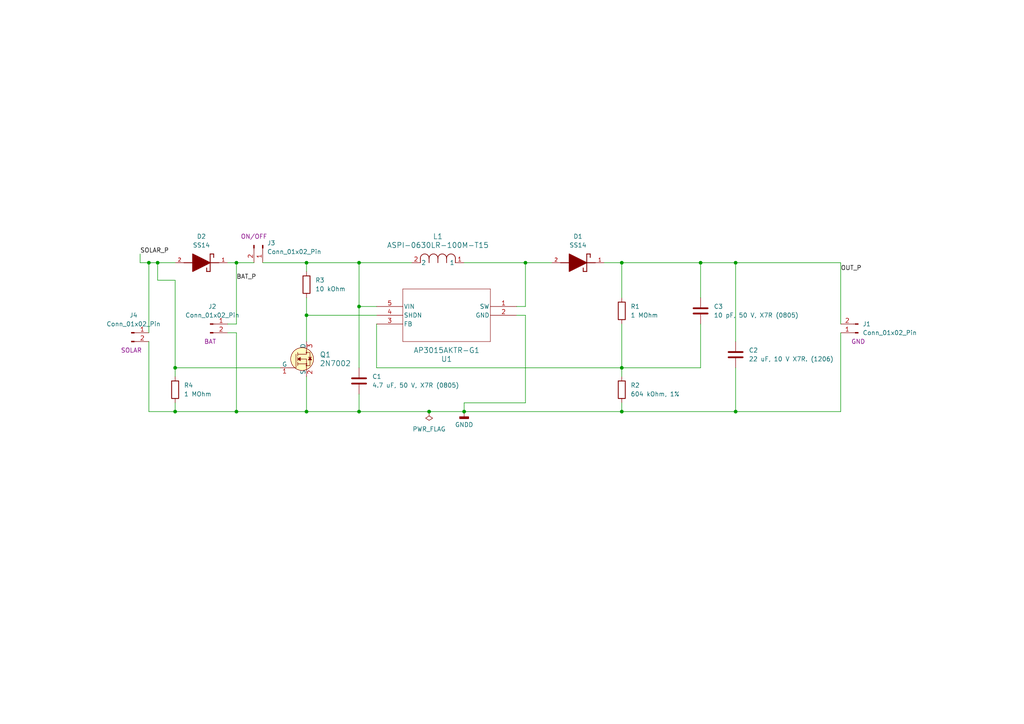
<source format=kicad_sch>
(kicad_sch (version 20250114) (generator "eeschema") (generator_version "9.0")
  (paper "A4")
  (title_block (title "Elektor's Solar Power Supply") (date "2025-06-30") (rev "1") (company "Toronto Metropolitan Unversity") (comment 1 "Designed by Raein Layegh Pour"))
  (lib_symbols
    (symbol "AP3015:AP3015AKTR-G1" (pin_names (offset 0.254))
      (property "Reference" "U1" (at 20.32 -15.24 0))
      (property "Value" "AP3015AKTR-G1" (at 20.32 -12.7 0))
      (symbol "AP3015AKTR-G1_0_1"
        (polyline (pts (xy 7.62 5.08) (xy 7.62 -10.16)) (stroke (width 0.127)))
        (polyline (pts (xy 7.62 -10.16) (xy 33.02 -10.16)) (stroke (width 0.127)))
        (polyline (pts (xy 33.02 5.08) (xy 7.62 5.08)) (stroke (width 0.127)))
        (polyline (pts (xy 33.02 -10.16) (xy 33.02 5.08)) (stroke (width 0.127)))
        (pin power_out line (at 0 0 0) (length 7.62) (name "SW") (number "1"))
        (pin power_in line (at 0 -2.54 0) (length 7.62) (name "GND") (number "2"))
        (pin input line (at 40.64 0 180) (length 7.62) (name "VIN") (number "5"))
        (pin input line (at 40.64 -2.54 180) (length 7.62) (name "SHDN") (number "4"))
        (pin input line (at 40.64 -5.08 180) (length 7.62) (name "FB") (number "3"))
      )
    )
    (symbol "Connector:Conn_01x02_Pin" (pin_names (offset 1.016) (hide yes))
      (property "Reference" "J" (at 0 2.54 0))
      (property "Value" "Conn_01x02_Pin" (at 0 -5.08 0))
      (symbol "Conn_01x02_Pin_1_1"
        (rectangle (start 0.8636 0.127) (end 0 -0.127) (stroke (width 0.1524)) (fill (type outline)))
        (rectangle (start 0.8636 -2.413) (end 0 -2.667) (stroke (width 0.1524)) (fill (type outline)))
        (polyline (pts (xy 1.27 0) (xy 0.8636 0)) (stroke (width 0.1524)))
        (polyline (pts (xy 1.27 -2.54) (xy 0.8636 -2.54)) (stroke (width 0.1524)))
        (pin passive line (at 5.08 0 180) (length 3.81) (name "Pin_1") (number "1"))
        (pin passive line (at 5.08 -2.54 180) (length 3.81) (name "Pin_2") (number "2"))
      )
    )
    (symbol "Device:C" (pin_numbers (hide yes)) (pin_names (offset 0.254))
      (property "Reference" "C" (at 0.635 2.54 0))
      (property "Value" "C" (at 0.635 -2.54 0))
      (symbol "C_0_1"
        (polyline (pts (xy -2.032 0.762) (xy 2.032 0.762)) (stroke (width 0.508)))
        (polyline (pts (xy -2.032 -0.762) (xy 2.032 -0.762)) (stroke (width 0.508)))
      )
      (symbol "C_1_1"
        (pin passive line (at 0 3.81 270) (length 2.794) (name "~") (number "1"))
        (pin passive line (at 0 -3.81 90) (length 2.794) (name "~") (number "2"))
      )
    )
    (symbol "Device:R" (pin_numbers (hide yes)) (pin_names (offset 0))
      (property "Reference" "R" (at 2.032 0 90))
      (property "Value" "R" (at 0 0 90))
      (symbol "R_0_1"
        (rectangle (start -1.016 -2.54) (end 1.016 2.54) (stroke (width 0.254)))
      )
      (symbol "R_1_1"
        (pin passive line (at 0 3.81 270) (length 1.27) (name "~") (number "1"))
        (pin passive line (at 0 -3.81 90) (length 1.27) (name "~") (number "2"))
      )
    )
    (symbol "SS14:SS14" (pin_names (offset 1.016))
      (property "Reference" "D" (at 12.7 8.89 0))
      (property "Value" "SS14" (at 12.7 6.35 0))
      (symbol "SS14_0_0"
        (polyline (pts (xy 5.08 0) (xy 7.62 0)) (stroke (width 0.254)))
        (polyline (pts (xy 6.604 -1.524) (xy 6.604 -2.54)) (stroke (width 0.254)))
        (polyline (pts (xy 7.62 2.54) (xy 7.62 -2.54)) (stroke (width 0.254)))
        (polyline (pts (xy 7.62 2.54) (xy 8.636 2.54)) (stroke (width 0.254)))
        (polyline (pts (xy 7.62 0) (xy 12.7 2.54) (xy 12.7 -2.54) (xy 7.62 0)) (stroke (width 0.254)) (fill (type outline)))
        (polyline (pts (xy 7.62 -2.54) (xy 6.604 -2.54)) (stroke (width 0.254)))
        (polyline (pts (xy 8.636 1.524) (xy 8.636 2.54)) (stroke (width 0.254)))
        (polyline (pts (xy 12.7 0) (xy 15.24 0)) (stroke (width 0.254)))
        (pin bidirectional line (at 2.54 0 0) (length 2.54) (name "~") (number "1"))
        (pin bidirectional line (at 17.78 0 180) (length 2.54) (name "~") (number "2"))
      )
    )
    (symbol "SS14_1" (pin_names (offset 1.016))
      (property "Reference" "D1" (at 10.16 -7.62 0))
      (property "Value" "SS14" (at 10.16 -5.08 0))
      (symbol "SS14_1_0_0"
        (polyline (pts (xy 5.08 0) (xy 7.62 0)) (stroke (width 0.254)))
        (polyline (pts (xy 6.604 -1.524) (xy 6.604 -2.54)) (stroke (width 0.254)))
        (polyline (pts (xy 7.62 2.54) (xy 7.62 -2.54)) (stroke (width 0.254)))
        (polyline (pts (xy 7.62 2.54) (xy 8.636 2.54)) (stroke (width 0.254)))
        (polyline (pts (xy 7.62 0) (xy 12.7 2.54) (xy 12.7 -2.54) (xy 7.62 0)) (stroke (width 0.254)) (fill (type outline)))
        (polyline (pts (xy 7.62 -2.54) (xy 6.604 -2.54)) (stroke (width 0.254)))
        (polyline (pts (xy 8.636 1.524) (xy 8.636 2.54)) (stroke (width 0.254)))
        (polyline (pts (xy 12.7 0) (xy 15.24 0)) (stroke (width 0.254)))
        (pin passive line (at 2.54 0 0) (length 2.54) (name "~") (number "1"))
        (pin passive line (at 17.78 0 180) (length 2.54) (name "~") (number "2"))
      )
    )
    (symbol "Schottky_IND:ASPI-0630LR-100M-T15" (pin_names (offset 0.254))
      (property "Reference" "L1" (at 7.62 7.62 0))
      (property "Value" "ASPI-0630LR-100M-T15" (at 7.62 5.08 0))
      (symbol "ASPI-0630LR-100M-T15_1_1"
        (polyline (pts (xy 2.54 0) (xy 2.54 1.27)) (stroke (width 0.2032)))
        (arc (start 2.54 1.27) (mid 3.81 2.5344) (end 5.08 1.27) (stroke (width 0.2032)))
        (polyline (pts (xy 5.08 0) (xy 5.08 1.27)) (stroke (width 0.2032)))
        (arc (start 5.08 1.27) (mid 6.35 2.5344) (end 7.62 1.27) (stroke (width 0.2032)))
        (polyline (pts (xy 7.62 0) (xy 7.62 1.27)) (stroke (width 0.2032)))
        (arc (start 7.62 1.27) (mid 8.89 2.5344) (end 10.16 1.27) (stroke (width 0.2032)))
        (polyline (pts (xy 10.16 0) (xy 10.16 1.27)) (stroke (width 0.2032)))
        (arc (start 10.16 1.27) (mid 11.43 2.5344) (end 12.7 1.27) (stroke (width 0.2032)))
        (polyline (pts (xy 12.7 0) (xy 12.7 1.27)) (stroke (width 0.2032)))
        (pin passive line (at 0 0 0) (length 2.54) (name "2") (number "2"))
        (pin passive line (at 15.24 0 180) (length 2.54) (name "1") (number "1"))
      )
      (symbol "ASPI-0630LR-100M-T15_1_2"
        (arc (start -1.27 10.16) (mid -2.5344 11.43) (end -1.27 12.7) (stroke (width 0.2032)))
        (arc (start -1.27 7.62) (mid -2.5344 8.89) (end -1.27 10.16) (stroke (width 0.2032)))
        (arc (start -1.27 5.08) (mid -2.5344 6.35) (end -1.27 7.62) (stroke (width 0.2032)))
        (arc (start -1.27 2.54) (mid -2.5344 3.81) (end -1.27 5.08) (stroke (width 0.2032)))
        (polyline (pts (xy 0 12.7) (xy -1.27 12.7)) (stroke (width 0.2032)))
        (polyline (pts (xy 0 10.16) (xy -1.27 10.16)) (stroke (width 0.2032)))
        (polyline (pts (xy 0 7.62) (xy -1.27 7.62)) (stroke (width 0.2032)))
        (polyline (pts (xy 0 5.08) (xy -1.27 5.08)) (stroke (width 0.2032)))
        (polyline (pts (xy 0 2.54) (xy -1.27 2.54)) (stroke (width 0.2032)))
        (pin unspecified line (at 0 15.24 270) (length 2.54) (name "1") (number "1"))
        (pin unspecified line (at 0 0 90) (length 2.54) (name "2") (number "2"))
      )
    )
    (symbol "dk_Transistors-FETs-MOSFETs-Single:2N7002" (pin_names (offset 0))
      (property "Reference" "Q1" (at 3.81 1.2701 0))
      (property "Value" "2N7002" (at 3.81 -1.2699 0))
      (symbol "2N7002_0_1"
        (polyline (pts (xy -5.08 -2.54) (xy -3.048 -2.54) (xy -3.048 1.397)))
        (circle (center -1.27 0) (radius 3.302) (fill (type background)))
        (polyline (pts (xy -0.127 -1.905) (xy 1.016 -1.905) (xy 1.016 1.397) (xy 1.016 1.905) (xy -0.127 1.905)))
        (polyline (pts (xy 0 2.54) (xy 0 1.397) (xy -2.54 1.397)))
        (circle (center 0 1.905) (radius 0.127))
        (polyline (pts (xy 0 -1.397) (xy -2.54 -1.397)))
        (circle (center 0 -1.397) (radius 0.127))
        (circle (center 0 -1.905) (radius 0.127))
        (polyline (pts (xy 0 -2.54) (xy 0 0) (xy -2.54 0)))
      )
      (symbol "2N7002_1_1"
        (polyline (pts (xy -2.54 1.905) (xy -2.54 0.889)))
        (polyline (pts (xy -2.54 0) (xy -2.54 0.508)))
        (polyline (pts (xy -2.54 0) (xy -2.54 -0.508)))
        (polyline (pts (xy -2.54 0) (xy -1.778 0.508) (xy -1.778 -0.508) (xy -2.54 0)) (fill (type outline)))
        (polyline (pts (xy -2.54 -1.397) (xy -2.54 -0.889)))
        (polyline (pts (xy -2.54 -1.397) (xy -2.54 -1.905)))
        (polyline (pts (xy 1.016 0.508) (xy 0.508 -0.254) (xy 1.524 -0.254) (xy 1.016 0.508)) (fill (type outline)))
        (polyline (pts (xy 1.524 0.508) (xy 0.508 0.508)))
        (pin input line (at -7.62 -2.54 0) (length 2.54) (name "G") (number "1"))
        (pin passive line (at 0 5.08 270) (length 2.54) (name "D") (number "3"))
        (pin passive line (at 0 -5.08 90) (length 2.54) (name "S") (number "2"))
      )
    )
    (symbol "power:GNDD" (power) (pin_numbers (hide yes)) (pin_names (offset 0) (hide yes))
      (property "Value" "GNDD" (at 0 -3.175 0))
      (symbol "GNDD_0_1"
        (rectangle (start -1.27 -1.524) (end 1.27 -2.032) (stroke (width 0.254)) (fill (type outline)))
        (polyline (pts (xy 0 0) (xy 0 -1.524)))
      )
      (symbol "GNDD_1_1"
        (pin power_in line (at 0 0 270) (length 0) (name "~") (number "1"))
      )
    )
    (symbol "power:PWR_FLAG" (power) (pin_numbers (hide yes)) (pin_names (offset 0) (hide yes))
      (property "Value" "PWR_FLAG" (at 0 3.81 0))
      (symbol "PWR_FLAG_0_0"
        (pin power_out line (at 0 0 90) (length 0) (name "~") (number "1"))
      )
      (symbol "PWR_FLAG_0_1"
        (polyline (pts (xy 0 0) (xy 0 1.27) (xy -1.016 1.905) (xy 0 2.54) (xy 1.016 1.905) (xy 0 1.27)))
      )
    )
  )
  (junction (at 213.36 119.38))
  (junction (at 203.2 76.2))
  (junction (at 88.9 91.44))
  (junction (at 152.4 76.2))
  (junction (at 50.8 106.68))
  (junction (at 104.14 76.2))
  (junction (at 45.72 76.2))
  (junction (at 88.9 76.2))
  (junction (at 50.8 119.38))
  (junction (at 213.36 76.2))
  (junction (at 134.62 119.38))
  (junction (at 180.34 119.38))
  (junction (at 68.58 76.2))
  (junction (at 124.46 119.38))
  (junction (at 68.58 119.38))
  (junction (at 43.18 76.2))
  (junction (at 180.34 106.68))
  (junction (at 180.34 76.2))
  (junction (at 104.14 119.38))
  (junction (at 104.14 88.9))
  (junction (at 88.9 119.38))
  (wire (pts (xy 104.14 119.38) (xy 88.9 119.38)))
  (wire (pts (xy 203.2 106.68) (xy 180.34 106.68)))
  (wire (pts (xy 40.64 73.66) (xy 40.64 76.2)))
  (wire (pts (xy 45.72 81.28) (xy 45.72 76.2)))
  (wire (pts (xy 134.62 76.2) (xy 152.4 76.2)))
  (wire (pts (xy 213.36 99.06) (xy 213.36 76.2)))
  (wire (pts (xy 180.34 93.98) (xy 180.34 106.68)))
  (wire (pts (xy 213.36 106.68) (xy 213.36 119.38)))
  (wire (pts (xy 213.36 119.38) (xy 180.34 119.38)))
  (wire (pts (xy 243.84 119.38) (xy 213.36 119.38)))
  (wire (pts (xy 45.72 76.2) (xy 43.18 76.2)))
  (wire (pts (xy 104.14 119.38) (xy 124.46 119.38)))
  (wire (pts (xy 43.18 76.2) (xy 43.18 96.52)))
  (wire (pts (xy 203.2 86.36) (xy 203.2 76.2)))
  (wire (pts (xy 152.4 91.44) (xy 152.4 116.84)))
  (wire (pts (xy 68.58 119.38) (xy 88.9 119.38)))
  (wire (pts (xy 134.62 116.84) (xy 134.62 119.38)))
  (wire (pts (xy 66.04 93.98) (xy 68.58 93.98)))
  (wire (pts (xy 88.9 86.36) (xy 88.9 91.44)))
  (wire (pts (xy 180.34 106.68) (xy 180.34 109.22)))
  (wire (pts (xy 68.58 93.98) (xy 68.58 76.2)))
  (wire (pts (xy 180.34 76.2) (xy 180.34 86.36)))
  (wire (pts (xy 50.8 119.38) (xy 68.58 119.38)))
  (wire (pts (xy 66.04 96.52) (xy 68.58 96.52)))
  (wire (pts (xy 109.22 93.98) (xy 109.22 106.68)))
  (wire (pts (xy 50.8 106.68) (xy 81.28 106.68)))
  (wire (pts (xy 88.9 119.38) (xy 88.9 109.22)))
  (wire (pts (xy 88.9 91.44) (xy 88.9 99.06)))
  (wire (pts (xy 76.2 76.2) (xy 88.9 76.2)))
  (wire (pts (xy 50.8 81.28) (xy 45.72 81.28)))
  (wire (pts (xy 213.36 76.2) (xy 203.2 76.2)))
  (wire (pts (xy 175.26 76.2) (xy 180.34 76.2)))
  (wire (pts (xy 88.9 76.2) (xy 88.9 78.74)))
  (wire (pts (xy 50.8 109.22) (xy 50.8 106.68)))
  (wire (pts (xy 68.58 96.52) (xy 68.58 119.38)))
  (wire (pts (xy 243.84 96.52) (xy 243.84 119.38)))
  (wire (pts (xy 104.14 76.2) (xy 119.38 76.2)))
  (wire (pts (xy 243.84 76.2) (xy 213.36 76.2)))
  (wire (pts (xy 124.46 119.38) (xy 134.62 119.38)))
  (wire (pts (xy 68.58 76.2) (xy 73.66 76.2)))
  (wire (pts (xy 88.9 76.2) (xy 104.14 76.2)))
  (wire (pts (xy 149.86 88.9) (xy 152.4 88.9)))
  (wire (pts (xy 88.9 91.44) (xy 109.22 91.44)))
  (wire (pts (xy 203.2 93.98) (xy 203.2 106.68)))
  (wire (pts (xy 104.14 88.9) (xy 109.22 88.9)))
  (wire (pts (xy 50.8 76.2) (xy 45.72 76.2)))
  (wire (pts (xy 203.2 76.2) (xy 180.34 76.2)))
  (wire (pts (xy 43.18 99.06) (xy 43.18 119.38)))
  (wire (pts (xy 152.4 76.2) (xy 160.02 76.2)))
  (wire (pts (xy 152.4 88.9) (xy 152.4 76.2)))
  (wire (pts (xy 243.84 93.98) (xy 243.84 76.2)))
  (wire (pts (xy 40.64 76.2) (xy 43.18 76.2)))
  (wire (pts (xy 104.14 76.2) (xy 104.14 88.9)))
  (wire (pts (xy 43.18 119.38) (xy 50.8 119.38)))
  (wire (pts (xy 149.86 91.44) (xy 152.4 91.44)))
  (wire (pts (xy 109.22 106.68) (xy 180.34 106.68)))
  (wire (pts (xy 66.04 76.2) (xy 68.58 76.2)))
  (wire (pts (xy 104.14 114.3) (xy 104.14 119.38)))
  (wire (pts (xy 152.4 116.84) (xy 134.62 116.84)))
  (wire (pts (xy 134.62 119.38) (xy 180.34 119.38)))
  (wire (pts (xy 50.8 116.84) (xy 50.8 119.38)))
  (wire (pts (xy 180.34 116.84) (xy 180.34 119.38)))
  (wire (pts (xy 104.14 88.9) (xy 104.14 106.68)))
  (wire (pts (xy 50.8 106.68) (xy 50.8 81.28)))
  (label "OUT_P" (at 243.84 78.74 0))
  (label "BAT_P" (at 68.58 81.28 0))
  (label "SOLAR_P" (at 40.64 73.66 0))
  (symbol (lib_id "Connector:Conn_01x02_Pin") (at 248.92 96.52 180) (unit 1)
    (property "Reference" "J1" (at 250.19 93.9799 0) (effects (justify right)))
    (property "Value" "Conn_01x02_Pin" (at 250.19 96.5199 0) (effects (justify right)))
    (property "Footprint" "Connector_PinHeader_2.54mm:PinHeader_1x02_P2.54mm_Vertical" (effects (hide yes)))
    (property "Description" "Generic connector, single row, 01x02, script generated" (effects (hide yes)))
    (property "Short Description" "GND" (at 248.92 99.06 0))
  )
  (symbol (lib_id "power:PWR_FLAG") (at 124.46 119.38 180) (unit 1)
    (property "Reference" "#FLG01" (effects (hide yes)))
    (property "Value" "PWR_FLAG" (at 124.46 124.46 0))
    (property "Description" "Special symbol for telling ERC where power comes from" (effects (hide yes)))
  )
  (symbol (lib_id "Device:C") (at 104.14 110.49 0) (unit 1)
    (property "Reference" "C1" (at 107.95 109.2199 0) (effects (justify left)))
    (property "Value" "4.7 uF, 50 V, X7R (0805)" (at 107.95 111.7599 0) (effects (justify left)))
    (property "Footprint" "Capacitor_SMD:C_0805_2012Metric" (effects (hide yes)))
    (property "Description" "Unpolarized capacitor" (effects (hide yes)))
  )
  (symbol (lib_id "power:GNDD") (at 134.62 119.38 0) (unit 1)
    (property "Reference" "#PWR01" (effects (hide yes)))
    (property "Value" "GNDD" (at 134.62 123.19 0))
    (property "Description" "Power symbol creates a global label with name \"GNDD\" , digital ground" (effects (hide yes)))
  )
  (symbol (lib_id "Device:C") (at 203.2 90.17 0) (unit 1)
    (property "Reference" "C3" (at 207.01 88.8999 0) (effects (justify left)))
    (property "Value" "10 pF, 50 V, X7R (0805)" (at 207.01 91.4399 0) (effects (justify left)))
    (property "Footprint" "Capacitor_SMD:C_0805_2012Metric" (effects (hide yes)))
    (property "Description" "Unpolarized capacitor" (effects (hide yes)))
  )
  (symbol (lib_id "dk_Transistors-FETs-MOSFETs-Single:2N7002") (at 88.9 104.14 0) (unit 1)
    (property "Reference" "Q1" (at 92.71 102.8699 0) (effects (font (size 1.524 1.524)) (justify left)))
    (property "Value" "2N7002" (at 92.71 105.4099 0) (effects (font (size 1.524 1.524)) (justify left)))
    (property "Footprint" "digikey-footprints:SOT-23-3" (effects (hide yes)))
    (property "Datasheet" "https://www.onsemi.com/pub/Collateral/NDS7002A-D.PDF" (effects (hide yes)))
    (property "Description" "MOSFET N-CH 60V 115MA SOT-23" (effects (hide yes)))
    (property "Digi-Key_PN" "2N7002NCT-ND" (effects (hide yes)))
    (property "MPN" "2N7002" (effects (hide yes)))
    (property "Category" "Discrete Semiconductor Products" (effects (hide yes)))
    (property "Family" "Transistors - FETs, MOSFETs - Single" (effects (hide yes)))
    (property "DK_Datasheet_Link" "https://www.onsemi.com/pub/Collateral/NDS7002A-D.PDF" (effects (hide yes)))
    (property "DK_Detail_Page" "/product-detail/en/on-semiconductor/2N7002/2N7002NCT-ND/244664" (effects (hide yes)))
    (property "Description_1" "MOSFET N-CH 60V 115MA SOT-23" (effects (hide yes)))
    (property "Manufacturer" "ON Semiconductor" (effects (hide yes)))
    (property "Status" "Active" (effects (hide yes)))
  )
  (symbol (lib_id "SS14:SS14") (at 68.58 76.2 180) (unit 1)
    (property "Reference" "D2" (at 58.42 68.58 0))
    (property "Value" "SS14" (at 58.42 71.12 0))
    (property "Footprint" "Tiny Solar Power Suppy:DIOM5227X270N" (effects (hide yes)))
    (property "MANUFACTURER_NAME" "onsemi" (effects (hide yes)))
    (property "MF" "ON" (effects (hide yes)))
    (property "MOUSER_PRICE-STOCK" "https://www.mouser.co.uk/ProductDetail/ON-Semiconductor-Fairchild/SS14?qs=mVVXn4M53U%252BvrBaFv5vr4w%3D%3D" (effects (hide yes)))
    (property "DESCRIPTION" "1.0 A Schottky Barrier Rectifiers" (effects (hide yes)))
    (property "MOUSER_PART_NUMBER" "512-SS14" (effects (hide yes)))
    (property "Price" "None" (effects (hide yes)))
    (property "Package" "SMA-2 ON Semiconductor" (effects (hide yes)))
    (property "Check_prices" "https://www.snapeda.com/parts/SS14/Onsemi/view-part/?ref=eda" (effects (hide yes)))
    (property "HEIGHT" "2.7mm" (effects (hide yes)))
    (property "MP" "SS14" (effects (hide yes)))
    (property "SnapEDA_Link" "https://www.snapeda.com/parts/SS14/Onsemi/view-part/?ref=snap" (effects (hide yes)))
    (property "ARROW_PRICE-STOCK" "https://www.arrow.com/en/products/ss14/on-semiconductor?region=nac" (effects (hide yes)))
    (property "ARROW_PART_NUMBER" "SS14" (effects (hide yes)))
    (property "Description_1" "Diode Schottky 40 V 1A Surface Mount DO-214AC (SMA)" (effects (hide yes)))
    (property "Availability" "In Stock" (effects (hide yes)))
    (property "MANUFACTURER_PART_NUMBER" "SS14" (effects (hide yes)))
  )
  (symbol (lib_name "SS14_1") (lib_id "SS14:SS14") (at 177.8 76.2 180) (unit 1)
    (property "Reference" "D1" (at 167.64 68.58 0))
    (property "Value" "SS14" (at 167.64 71.12 0))
    (property "Footprint" "Tiny Solar Power Suppy:DIOM5227X270N" (effects (hide yes)))
    (property "MANUFACTURER_NAME" "onsemi" (effects (hide yes)))
    (property "MF" "ON" (effects (hide yes)))
    (property "MOUSER_PRICE-STOCK" "https://www.mouser.co.uk/ProductDetail/ON-Semiconductor-Fairchild/SS14?qs=mVVXn4M53U%252BvrBaFv5vr4w%3D%3D" (effects (hide yes)))
    (property "DESCRIPTION" "1.0 A Schottky Barrier Rectifiers" (effects (hide yes)))
    (property "MOUSER_PART_NUMBER" "512-SS14" (effects (hide yes)))
    (property "Price" "None" (effects (hide yes)))
    (property "Package" "SMA-2 ON Semiconductor" (effects (hide yes)))
    (property "Check_prices" "https://www.snapeda.com/parts/SS14/Onsemi/view-part/?ref=eda" (effects (hide yes)))
    (property "HEIGHT" "2.7mm" (effects (hide yes)))
    (property "MP" "SS14" (effects (hide yes)))
    (property "SnapEDA_Link" "https://www.snapeda.com/parts/SS14/Onsemi/view-part/?ref=snap" (effects (hide yes)))
    (property "ARROW_PRICE-STOCK" "https://www.arrow.com/en/products/ss14/on-semiconductor?region=nac" (effects (hide yes)))
    (property "ARROW_PART_NUMBER" "SS14" (effects (hide yes)))
    (property "Description_1" "Diode Schottky 40 V 1A Surface Mount DO-214AC (SMA)" (effects (hide yes)))
    (property "Availability" "In Stock" (effects (hide yes)))
    (property "MANUFACTURER_PART_NUMBER" "SS14" (effects (hide yes)))
  )
  (symbol (lib_id "Device:R") (at 50.8 113.03 0) (unit 1)
    (property "Reference" "R4" (at 53.34 111.7599 0) (effects (justify left)))
    (property "Value" "1 MOhm" (at 53.34 114.2999 0) (effects (justify left)))
    (property "Footprint" "Resistor_SMD:R_0805_2012Metric" (effects (hide yes)))
    (property "Description" "Resistor" (effects (hide yes)))
  )
  (symbol (lib_id "Connector:Conn_01x02_Pin") (at 38.1 96.52 0) (unit 1)
    (property "Reference" "J4" (at 38.735 91.44 0))
    (property "Value" "Conn_01x02_Pin" (at 38.735 93.98 0))
    (property "Footprint" "Connector_PinHeader_2.54mm:PinHeader_1x02_P2.54mm_Horizontal" (effects (hide yes)))
    (property "Description" "Generic connector, single row, 01x02, script generated" (effects (hide yes)))
    (property "Short Description" "SOLAR" (at 38.1 101.6 0))
  )
  (symbol (lib_id "Connector:Conn_01x02_Pin") (at 76.2 71.12 270) (unit 1)
    (property "Reference" "J3" (at 77.47 70.4849 90) (effects (justify left)))
    (property "Value" "Conn_01x02_Pin" (at 77.47 73.0249 90) (effects (justify left)))
    (property "Footprint" "Connector_PinHeader_2.54mm:PinHeader_1x02_P2.54mm_Vertical" (effects (hide yes)))
    (property "Description" "Generic connector, single row, 01x02, script generated" (effects (hide yes)))
    (property "Short Description" "ON/OFF" (at 73.66 68.58 90))
  )
  (symbol (lib_id "AP3015:AP3015AKTR-G1") (at 149.86 88.9 0) (mirror y) (unit 1)
    (property "Reference" "U1" (at 129.54 104.14 0) (effects (font (size 1.524 1.524))))
    (property "Value" "AP3015AKTR-G1" (at 129.54 101.6 0) (effects (font (size 1.524 1.524))))
    (property "Footprint" "Tiny Solar Power Suppy:SOT23-5_1P55X2P9_DIO" (effects (hide yes)))
    (property "Datasheet" "AP3015AKTR-G1" (effects (hide yes)))
  )
  (symbol (lib_id "Device:R") (at 180.34 113.03 0) (unit 1)
    (property "Reference" "R2" (at 182.88 111.7599 0) (effects (justify left)))
    (property "Value" "604 kOhm, 1%" (at 182.88 114.2999 0) (effects (justify left)))
    (property "Footprint" "Resistor_SMD:R_0805_2012Metric" (effects (hide yes)))
    (property "Description" "Resistor" (effects (hide yes)))
  )
  (symbol (lib_id "Device:R") (at 88.9 82.55 0) (unit 1)
    (property "Reference" "R3" (at 91.44 81.2799 0) (effects (justify left)))
    (property "Value" "10 kOhm" (at 91.44 83.8199 0) (effects (justify left)))
    (property "Footprint" "Resistor_SMD:R_0805_2012Metric" (effects (hide yes)))
    (property "Description" "Resistor" (effects (hide yes)))
  )
  (symbol (lib_id "Device:R") (at 180.34 90.17 0) (unit 1)
    (property "Reference" "R1" (at 182.88 88.8999 0) (effects (justify left)))
    (property "Value" "1 MOhm" (at 182.88 91.4399 0) (effects (justify left)))
    (property "Footprint" "Resistor_SMD:R_0805_2012Metric" (effects (hide yes)))
    (property "Description" "Resistor" (effects (hide yes)))
  )
  (symbol (lib_id "Connector:Conn_01x02_Pin") (at 60.96 93.98 0) (unit 1)
    (property "Reference" "J2" (at 61.595 88.9 0))
    (property "Value" "Conn_01x02_Pin" (at 61.595 91.44 0))
    (property "Footprint" "Connector_PinHeader_2.54mm:PinHeader_1x02_P2.54mm_Vertical" (effects (hide yes)))
    (property "Description" "Generic connector, single row, 01x02, script generated" (effects (hide yes)))
    (property "Short Description" "BAT" (at 60.96 99.06 0))
  )
  (symbol (lib_id "Schottky_IND:ASPI-0630LR-100M-T15") (at 119.38 76.2 0) (unit 1)
    (property "Reference" "L1" (at 127 68.58 0) (effects (font (size 1.524 1.524))))
    (property "Value" "ASPI-0630LR-100M-T15" (at 127 71.12 0) (effects (font (size 1.524 1.524))))
    (property "Footprint" "Tiny Solar Power Suppy:IND_ASPI-0630LR_ABR" (effects (hide yes)))
    (property "Datasheet" "ASPI-0630LR-100M-T15" (effects (hide yes)))
  )
  (symbol (lib_id "Device:C") (at 213.36 102.87 0) (unit 1)
    (property "Reference" "C2" (at 217.17 101.5999 0) (effects (justify left)))
    (property "Value" "22 uF, 10 V X7R. (1206)" (at 217.17 104.1399 0) (effects (justify left)))
    (property "Footprint" "Capacitor_SMD:C_1206_3216Metric" (effects (hide yes)))
    (property "Description" "Unpolarized capacitor" (effects (hide yes)))
  )
)
</source>
